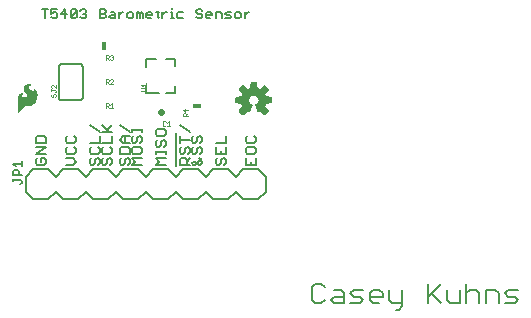
<source format=gbr>
G04 EAGLE Gerber RS-274X export*
G75*
%MOMM*%
%FSLAX34Y34*%
%LPD*%
%INSilkscreen Top*%
%IPPOS*%
%AMOC8*
5,1,8,0,0,1.08239X$1,22.5*%
G01*
%ADD10C,0.152400*%
%ADD11C,0.127000*%
%ADD12C,0.050800*%
%ADD13C,0.203200*%
%ADD14C,0.025400*%
%ADD15C,0.558800*%
%ADD16R,0.457200X0.762000*%
%ADD17R,0.762000X0.457200*%

G36*
X227760Y71266D02*
X227760Y71266D01*
X227868Y71276D01*
X227881Y71282D01*
X227895Y71284D01*
X227992Y71332D01*
X228091Y71377D01*
X228104Y71388D01*
X228113Y71392D01*
X228128Y71408D01*
X228205Y71470D01*
X230790Y74055D01*
X230853Y74144D01*
X230919Y74229D01*
X230924Y74242D01*
X230932Y74254D01*
X230963Y74357D01*
X230999Y74460D01*
X230999Y74474D01*
X231003Y74487D01*
X230999Y74595D01*
X231000Y74704D01*
X230995Y74717D01*
X230995Y74731D01*
X230957Y74833D01*
X230922Y74935D01*
X230913Y74950D01*
X230909Y74959D01*
X230895Y74976D01*
X230841Y75058D01*
X228077Y78448D01*
X228634Y79530D01*
X228640Y79550D01*
X228682Y79645D01*
X229053Y80804D01*
X233404Y81247D01*
X233508Y81275D01*
X233614Y81300D01*
X233626Y81307D01*
X233639Y81310D01*
X233729Y81371D01*
X233822Y81428D01*
X233830Y81439D01*
X233842Y81447D01*
X233908Y81533D01*
X233977Y81617D01*
X233981Y81630D01*
X233990Y81641D01*
X234024Y81744D01*
X234063Y81845D01*
X234064Y81863D01*
X234068Y81872D01*
X234068Y81894D01*
X234077Y81992D01*
X234077Y85648D01*
X234060Y85755D01*
X234046Y85863D01*
X234040Y85875D01*
X234038Y85889D01*
X233986Y85985D01*
X233939Y86082D01*
X233929Y86092D01*
X233923Y86104D01*
X233843Y86178D01*
X233767Y86255D01*
X233755Y86261D01*
X233745Y86271D01*
X233646Y86316D01*
X233549Y86364D01*
X233531Y86368D01*
X233522Y86372D01*
X233501Y86374D01*
X233404Y86393D01*
X229053Y86836D01*
X228682Y87995D01*
X228673Y88012D01*
X228671Y88020D01*
X228667Y88027D01*
X228634Y88110D01*
X228077Y89192D01*
X230841Y92582D01*
X230895Y92676D01*
X230952Y92768D01*
X230955Y92781D01*
X230962Y92793D01*
X230983Y92900D01*
X231008Y93005D01*
X231006Y93019D01*
X231009Y93033D01*
X230994Y93140D01*
X230984Y93248D01*
X230978Y93261D01*
X230976Y93275D01*
X230928Y93372D01*
X230883Y93471D01*
X230872Y93484D01*
X230868Y93493D01*
X230852Y93508D01*
X230790Y93585D01*
X228205Y96170D01*
X228116Y96233D01*
X228031Y96299D01*
X228018Y96304D01*
X228006Y96312D01*
X227903Y96343D01*
X227800Y96379D01*
X227786Y96379D01*
X227773Y96383D01*
X227665Y96379D01*
X227556Y96380D01*
X227543Y96375D01*
X227529Y96375D01*
X227427Y96337D01*
X227325Y96302D01*
X227310Y96293D01*
X227301Y96289D01*
X227284Y96275D01*
X227202Y96221D01*
X223812Y93457D01*
X222730Y94014D01*
X222710Y94020D01*
X222615Y94062D01*
X221456Y94433D01*
X221013Y98784D01*
X220985Y98888D01*
X220960Y98994D01*
X220953Y99006D01*
X220950Y99019D01*
X220889Y99109D01*
X220832Y99202D01*
X220821Y99210D01*
X220813Y99222D01*
X220727Y99288D01*
X220643Y99357D01*
X220630Y99361D01*
X220619Y99370D01*
X220516Y99404D01*
X220415Y99443D01*
X220397Y99444D01*
X220388Y99448D01*
X220366Y99448D01*
X220268Y99457D01*
X216612Y99457D01*
X216505Y99440D01*
X216397Y99426D01*
X216385Y99420D01*
X216371Y99418D01*
X216275Y99366D01*
X216178Y99319D01*
X216168Y99309D01*
X216156Y99303D01*
X216082Y99223D01*
X216005Y99147D01*
X215999Y99135D01*
X215989Y99125D01*
X215944Y99026D01*
X215896Y98929D01*
X215892Y98911D01*
X215888Y98902D01*
X215886Y98881D01*
X215867Y98784D01*
X215424Y94433D01*
X214265Y94062D01*
X214247Y94052D01*
X214150Y94014D01*
X213068Y93457D01*
X209678Y96221D01*
X209584Y96275D01*
X209492Y96332D01*
X209479Y96335D01*
X209467Y96342D01*
X209360Y96363D01*
X209255Y96388D01*
X209241Y96386D01*
X209227Y96389D01*
X209120Y96374D01*
X209012Y96364D01*
X208999Y96358D01*
X208986Y96356D01*
X208888Y96308D01*
X208789Y96263D01*
X208776Y96252D01*
X208767Y96248D01*
X208752Y96232D01*
X208675Y96170D01*
X206090Y93585D01*
X206027Y93496D01*
X205961Y93411D01*
X205956Y93398D01*
X205948Y93386D01*
X205917Y93283D01*
X205881Y93180D01*
X205881Y93166D01*
X205877Y93153D01*
X205881Y93045D01*
X205880Y92936D01*
X205885Y92923D01*
X205885Y92909D01*
X205923Y92807D01*
X205958Y92705D01*
X205967Y92690D01*
X205971Y92681D01*
X205985Y92664D01*
X206039Y92582D01*
X208803Y89192D01*
X208246Y88110D01*
X208240Y88090D01*
X208198Y87995D01*
X207827Y86836D01*
X203476Y86393D01*
X203372Y86365D01*
X203266Y86340D01*
X203254Y86333D01*
X203241Y86330D01*
X203151Y86269D01*
X203058Y86212D01*
X203050Y86201D01*
X203038Y86193D01*
X202972Y86107D01*
X202904Y86023D01*
X202899Y86010D01*
X202890Y85999D01*
X202856Y85896D01*
X202817Y85795D01*
X202816Y85777D01*
X202812Y85768D01*
X202813Y85746D01*
X202803Y85648D01*
X202803Y81992D01*
X202820Y81885D01*
X202834Y81777D01*
X202840Y81765D01*
X202842Y81751D01*
X202894Y81655D01*
X202941Y81558D01*
X202951Y81548D01*
X202957Y81536D01*
X203037Y81462D01*
X203113Y81385D01*
X203125Y81379D01*
X203136Y81369D01*
X203234Y81324D01*
X203331Y81276D01*
X203349Y81272D01*
X203358Y81268D01*
X203379Y81266D01*
X203476Y81247D01*
X207827Y80804D01*
X208198Y79645D01*
X208208Y79627D01*
X208246Y79530D01*
X208803Y78448D01*
X206039Y75058D01*
X205985Y74964D01*
X205928Y74872D01*
X205925Y74859D01*
X205918Y74847D01*
X205897Y74740D01*
X205872Y74635D01*
X205874Y74621D01*
X205871Y74607D01*
X205886Y74500D01*
X205896Y74392D01*
X205902Y74379D01*
X205904Y74366D01*
X205952Y74268D01*
X205997Y74169D01*
X206008Y74156D01*
X206012Y74147D01*
X206028Y74132D01*
X206090Y74055D01*
X208675Y71470D01*
X208764Y71407D01*
X208849Y71341D01*
X208862Y71336D01*
X208874Y71328D01*
X208977Y71297D01*
X209080Y71261D01*
X209094Y71261D01*
X209107Y71257D01*
X209215Y71261D01*
X209324Y71260D01*
X209337Y71265D01*
X209351Y71265D01*
X209453Y71303D01*
X209555Y71338D01*
X209570Y71347D01*
X209579Y71351D01*
X209596Y71365D01*
X209678Y71419D01*
X213068Y74183D01*
X214150Y73626D01*
X214203Y73609D01*
X214252Y73583D01*
X214318Y73572D01*
X214382Y73551D01*
X214438Y73552D01*
X214492Y73543D01*
X214559Y73554D01*
X214626Y73555D01*
X214678Y73573D01*
X214733Y73582D01*
X214793Y73614D01*
X214856Y73637D01*
X214899Y73671D01*
X214949Y73697D01*
X214995Y73746D01*
X215047Y73788D01*
X215078Y73835D01*
X215116Y73875D01*
X215172Y73980D01*
X215180Y73993D01*
X215181Y73998D01*
X215185Y74005D01*
X217338Y79202D01*
X217358Y79286D01*
X217363Y79298D01*
X217365Y79314D01*
X217390Y79400D01*
X217389Y79420D01*
X217394Y79440D01*
X217386Y79522D01*
X217387Y79541D01*
X217383Y79561D01*
X217379Y79644D01*
X217372Y79663D01*
X217370Y79683D01*
X217338Y79752D01*
X217332Y79779D01*
X217317Y79803D01*
X217290Y79872D01*
X217277Y79887D01*
X217269Y79905D01*
X217224Y79954D01*
X217204Y79986D01*
X217172Y80012D01*
X217133Y80058D01*
X217112Y80073D01*
X217102Y80083D01*
X217081Y80095D01*
X217018Y80139D01*
X217015Y80141D01*
X217014Y80141D01*
X217012Y80143D01*
X216128Y80638D01*
X215449Y81265D01*
X214935Y82034D01*
X214615Y82902D01*
X214507Y83819D01*
X214620Y84754D01*
X214951Y85635D01*
X215483Y86412D01*
X216184Y87041D01*
X217014Y87484D01*
X217926Y87718D01*
X218868Y87728D01*
X219784Y87514D01*
X220624Y87089D01*
X221338Y86476D01*
X221887Y85711D01*
X222238Y84837D01*
X222371Y83905D01*
X222279Y82968D01*
X221967Y82080D01*
X221452Y81292D01*
X220765Y80648D01*
X219866Y80142D01*
X219826Y80109D01*
X219784Y80087D01*
X219753Y80054D01*
X219705Y80019D01*
X219692Y80002D01*
X219676Y79989D01*
X219641Y79935D01*
X219617Y79909D01*
X219604Y79878D01*
X219562Y79821D01*
X219556Y79801D01*
X219545Y79783D01*
X219527Y79710D01*
X219517Y79687D01*
X219514Y79663D01*
X219491Y79588D01*
X219492Y79567D01*
X219487Y79546D01*
X219494Y79462D01*
X219493Y79444D01*
X219496Y79428D01*
X219499Y79344D01*
X219507Y79318D01*
X219508Y79303D01*
X219518Y79281D01*
X219542Y79202D01*
X219850Y78457D01*
X219851Y78457D01*
X220161Y77708D01*
X220471Y76959D01*
X220471Y76958D01*
X220782Y76210D01*
X220782Y76209D01*
X221092Y75460D01*
X221402Y74711D01*
X221403Y74711D01*
X221695Y74005D01*
X221724Y73958D01*
X221745Y73906D01*
X221788Y73855D01*
X221824Y73798D01*
X221867Y73763D01*
X221903Y73720D01*
X221960Y73686D01*
X222012Y73643D01*
X222064Y73624D01*
X222112Y73595D01*
X222178Y73581D01*
X222241Y73557D01*
X222296Y73555D01*
X222350Y73544D01*
X222417Y73551D01*
X222484Y73549D01*
X222538Y73565D01*
X222593Y73572D01*
X222704Y73616D01*
X222718Y73620D01*
X222722Y73623D01*
X222730Y73626D01*
X223812Y74183D01*
X227202Y71419D01*
X227296Y71365D01*
X227388Y71308D01*
X227401Y71305D01*
X227413Y71298D01*
X227520Y71277D01*
X227625Y71252D01*
X227639Y71254D01*
X227653Y71251D01*
X227760Y71266D01*
G37*
G36*
X18445Y72080D02*
X18445Y72080D01*
X18445Y72178D01*
X18944Y72676D01*
X18944Y72677D01*
X19244Y73177D01*
X19744Y73676D01*
X19744Y73677D01*
X20244Y74277D01*
X21444Y75476D01*
X21444Y75477D01*
X22044Y76177D01*
X22644Y76876D01*
X23643Y77876D01*
X24143Y78176D01*
X24642Y78475D01*
X25240Y78575D01*
X27140Y78575D01*
X27141Y78575D01*
X28341Y78775D01*
X29441Y79075D01*
X29442Y79076D01*
X29442Y79075D01*
X30442Y79475D01*
X30442Y79476D01*
X30443Y79476D01*
X31443Y80076D01*
X32243Y80776D01*
X32244Y80776D01*
X33044Y81576D01*
X33044Y81577D01*
X33744Y82477D01*
X33744Y82478D01*
X34744Y84278D01*
X34745Y84279D01*
X35245Y86179D01*
X35245Y86180D01*
X35345Y87880D01*
X35345Y87881D01*
X35045Y89481D01*
X35045Y89482D01*
X34545Y90982D01*
X34544Y90982D01*
X34544Y90983D01*
X33844Y92083D01*
X33044Y92983D01*
X33043Y92983D01*
X33043Y92984D01*
X32243Y93484D01*
X32241Y93484D01*
X32241Y93485D01*
X32239Y93484D01*
X32236Y93483D01*
X32236Y93481D01*
X32235Y93480D01*
X32235Y92581D01*
X32135Y92282D01*
X32036Y92083D01*
X31737Y91784D01*
X31439Y91685D01*
X31141Y91685D01*
X30342Y91885D01*
X29942Y92084D01*
X29643Y92284D01*
X29243Y92584D01*
X28644Y93183D01*
X28444Y93483D01*
X28245Y93782D01*
X28145Y94181D01*
X28145Y94779D01*
X28245Y95078D01*
X28344Y95278D01*
X28544Y95577D01*
X28943Y95876D01*
X29342Y96075D01*
X29841Y96175D01*
X30241Y96275D01*
X30839Y96275D01*
X31038Y96176D01*
X31039Y96176D01*
X31040Y96175D01*
X31140Y96175D01*
X31141Y96176D01*
X31143Y96176D01*
X31143Y96178D01*
X31145Y96179D01*
X31143Y96181D01*
X31144Y96184D01*
X31044Y96284D01*
X31043Y96284D01*
X30643Y96584D01*
X30642Y96584D01*
X29242Y97284D01*
X29241Y97284D01*
X29241Y97285D01*
X28341Y97485D01*
X28340Y97485D01*
X27340Y97485D01*
X27339Y97485D01*
X26239Y97285D01*
X26238Y97284D01*
X25138Y96684D01*
X25137Y96684D01*
X24237Y95984D01*
X24237Y95983D01*
X24236Y95983D01*
X23736Y95183D01*
X23736Y95182D01*
X23735Y95182D01*
X23435Y94282D01*
X23435Y94281D01*
X23436Y94281D01*
X23435Y94280D01*
X23435Y93480D01*
X23436Y93479D01*
X23435Y93479D01*
X23635Y92579D01*
X23636Y92578D01*
X24136Y91678D01*
X24136Y91677D01*
X24836Y90877D01*
X25636Y89977D01*
X25636Y89976D01*
X26336Y89277D01*
X26635Y88479D01*
X26635Y87781D01*
X26436Y87183D01*
X26037Y86684D01*
X25438Y86285D01*
X24639Y86085D01*
X23840Y86085D01*
X23341Y86185D01*
X22843Y86384D01*
X22244Y86983D01*
X22045Y87282D01*
X21945Y87581D01*
X21945Y87979D01*
X22044Y88277D01*
X22643Y88876D01*
X22942Y88975D01*
X22942Y88976D01*
X23342Y89176D01*
X23343Y89177D01*
X23344Y89176D01*
X23444Y89276D01*
X23444Y89277D01*
X23444Y89279D01*
X23444Y89283D01*
X23443Y89283D01*
X23442Y89284D01*
X23042Y89484D01*
X23041Y89484D01*
X23040Y89485D01*
X21840Y89485D01*
X21839Y89485D01*
X21239Y89385D01*
X20739Y89285D01*
X20739Y89284D01*
X20738Y89285D01*
X20238Y89085D01*
X20238Y89084D01*
X20237Y89084D01*
X19837Y88784D01*
X19337Y88384D01*
X19337Y88383D01*
X19336Y88383D01*
X18736Y87383D01*
X18736Y87382D01*
X18735Y87381D01*
X18535Y86681D01*
X18435Y85881D01*
X18435Y85880D01*
X18435Y72080D01*
X18439Y72075D01*
X18445Y72080D01*
G37*
D10*
X35215Y34464D02*
X33775Y33024D01*
X33775Y30143D01*
X35215Y28702D01*
X40977Y28702D01*
X42418Y30143D01*
X42418Y33024D01*
X40977Y34464D01*
X38096Y34464D01*
X38096Y31583D01*
X33775Y38057D02*
X42418Y38057D01*
X42418Y43819D02*
X33775Y38057D01*
X33775Y43819D02*
X42418Y43819D01*
X42418Y47412D02*
X33775Y47412D01*
X42418Y47412D02*
X42418Y51734D01*
X40977Y53175D01*
X35215Y53175D01*
X33775Y51734D01*
X33775Y47412D01*
X59175Y28702D02*
X64937Y28702D01*
X67818Y31583D01*
X64937Y34464D01*
X59175Y34464D01*
X59175Y42379D02*
X60615Y43819D01*
X59175Y42379D02*
X59175Y39498D01*
X60615Y38057D01*
X66377Y38057D01*
X67818Y39498D01*
X67818Y42379D01*
X66377Y43819D01*
X59175Y51734D02*
X60615Y53175D01*
X59175Y51734D02*
X59175Y48853D01*
X60615Y47412D01*
X66377Y47412D01*
X67818Y48853D01*
X67818Y51734D01*
X66377Y53175D01*
X80935Y34464D02*
X79495Y33024D01*
X79495Y30143D01*
X80935Y28702D01*
X82376Y28702D01*
X83816Y30143D01*
X83816Y33024D01*
X85257Y34464D01*
X86697Y34464D01*
X88138Y33024D01*
X88138Y30143D01*
X86697Y28702D01*
X79495Y42379D02*
X80935Y43819D01*
X79495Y42379D02*
X79495Y39498D01*
X80935Y38057D01*
X86697Y38057D01*
X88138Y39498D01*
X88138Y42379D01*
X86697Y43819D01*
X88138Y47412D02*
X79495Y47412D01*
X88138Y47412D02*
X88138Y53175D01*
X88138Y56768D02*
X79495Y62530D01*
X106335Y34464D02*
X104895Y33024D01*
X104895Y30143D01*
X106335Y28702D01*
X107776Y28702D01*
X109216Y30143D01*
X109216Y33024D01*
X110657Y34464D01*
X112097Y34464D01*
X113538Y33024D01*
X113538Y30143D01*
X112097Y28702D01*
X113538Y38057D02*
X104895Y38057D01*
X113538Y38057D02*
X113538Y42379D01*
X112097Y43819D01*
X106335Y43819D01*
X104895Y42379D01*
X104895Y38057D01*
X107776Y47412D02*
X113538Y47412D01*
X107776Y47412D02*
X104895Y50294D01*
X107776Y53175D01*
X113538Y53175D01*
X109216Y53175D02*
X109216Y47412D01*
X113538Y56768D02*
X104895Y62530D01*
X135375Y28702D02*
X144018Y28702D01*
X138256Y31583D02*
X135375Y28702D01*
X138256Y31583D02*
X135375Y34464D01*
X144018Y34464D01*
X144018Y38057D02*
X144018Y40938D01*
X144018Y39498D02*
X135375Y39498D01*
X135375Y40938D02*
X135375Y38057D01*
X135375Y48616D02*
X136815Y50056D01*
X135375Y48616D02*
X135375Y45735D01*
X136815Y44294D01*
X138256Y44294D01*
X139696Y45735D01*
X139696Y48616D01*
X141137Y50056D01*
X142577Y50056D01*
X144018Y48616D01*
X144018Y45735D01*
X142577Y44294D01*
X135375Y55090D02*
X135375Y57971D01*
X135375Y55090D02*
X136815Y53649D01*
X142577Y53649D01*
X144018Y55090D01*
X144018Y57971D01*
X142577Y59411D01*
X136815Y59411D01*
X135375Y57971D01*
X152654Y56006D02*
X152654Y27940D01*
X155695Y28702D02*
X164338Y28702D01*
X155695Y28702D02*
X155695Y33024D01*
X157135Y34464D01*
X160016Y34464D01*
X161457Y33024D01*
X161457Y28702D01*
X161457Y31583D02*
X164338Y34464D01*
X155695Y42379D02*
X157135Y43819D01*
X155695Y42379D02*
X155695Y39498D01*
X157135Y38057D01*
X158576Y38057D01*
X160016Y39498D01*
X160016Y42379D01*
X161457Y43819D01*
X162897Y43819D01*
X164338Y42379D01*
X164338Y39498D01*
X162897Y38057D01*
X164338Y50294D02*
X155695Y50294D01*
X155695Y53175D02*
X155695Y47412D01*
X164338Y56768D02*
X155695Y62530D01*
X211575Y34464D02*
X211575Y28702D01*
X220218Y28702D01*
X220218Y34464D01*
X215896Y31583D02*
X215896Y28702D01*
X211575Y39498D02*
X211575Y42379D01*
X211575Y39498D02*
X213015Y38057D01*
X218777Y38057D01*
X220218Y39498D01*
X220218Y42379D01*
X218777Y43819D01*
X213015Y43819D01*
X211575Y42379D01*
X211575Y51734D02*
X213015Y53175D01*
X211575Y51734D02*
X211575Y48853D01*
X213015Y47412D01*
X218777Y47412D01*
X220218Y48853D01*
X220218Y51734D01*
X218777Y53175D01*
X187615Y34464D02*
X186175Y33024D01*
X186175Y30143D01*
X187615Y28702D01*
X189056Y28702D01*
X190496Y30143D01*
X190496Y33024D01*
X191937Y34464D01*
X193377Y34464D01*
X194818Y33024D01*
X194818Y30143D01*
X193377Y28702D01*
X186175Y38057D02*
X186175Y43819D01*
X186175Y38057D02*
X194818Y38057D01*
X194818Y43819D01*
X190496Y40938D02*
X190496Y38057D01*
X186175Y47412D02*
X194818Y47412D01*
X194818Y53175D01*
D11*
X41277Y153035D02*
X41277Y160662D01*
X38735Y160662D02*
X43819Y160662D01*
X46921Y160662D02*
X52005Y160662D01*
X46921Y160662D02*
X46921Y156848D01*
X49463Y158119D01*
X50734Y158119D01*
X52005Y156848D01*
X52005Y154306D01*
X50734Y153035D01*
X48192Y153035D01*
X46921Y154306D01*
X58920Y153035D02*
X58920Y160662D01*
X55107Y156848D01*
X60191Y156848D01*
X63292Y154306D02*
X63292Y159390D01*
X64563Y160662D01*
X67106Y160662D01*
X68377Y159390D01*
X68377Y154306D01*
X67106Y153035D01*
X64563Y153035D01*
X63292Y154306D01*
X68377Y159390D01*
X71478Y159390D02*
X72749Y160662D01*
X75291Y160662D01*
X76562Y159390D01*
X76562Y158119D01*
X75291Y156848D01*
X74020Y156848D01*
X75291Y156848D02*
X76562Y155577D01*
X76562Y154306D01*
X75291Y153035D01*
X72749Y153035D01*
X71478Y154306D01*
X87850Y153035D02*
X87850Y160662D01*
X91663Y160662D01*
X92934Y159390D01*
X92934Y158119D01*
X91663Y156848D01*
X92934Y155577D01*
X92934Y154306D01*
X91663Y153035D01*
X87850Y153035D01*
X87850Y156848D02*
X91663Y156848D01*
X97307Y158119D02*
X99849Y158119D01*
X101120Y156848D01*
X101120Y153035D01*
X97307Y153035D01*
X96035Y154306D01*
X97307Y155577D01*
X101120Y155577D01*
X104221Y153035D02*
X104221Y158119D01*
X104221Y155577D02*
X106763Y158119D01*
X108035Y158119D01*
X112314Y153035D02*
X114856Y153035D01*
X116127Y154306D01*
X116127Y156848D01*
X114856Y158119D01*
X112314Y158119D01*
X111043Y156848D01*
X111043Y154306D01*
X112314Y153035D01*
X119229Y153035D02*
X119229Y158119D01*
X120500Y158119D01*
X121771Y156848D01*
X121771Y153035D01*
X121771Y156848D02*
X123042Y158119D01*
X124313Y156848D01*
X124313Y153035D01*
X128685Y153035D02*
X131228Y153035D01*
X128685Y153035D02*
X127414Y154306D01*
X127414Y156848D01*
X128685Y158119D01*
X131228Y158119D01*
X132499Y156848D01*
X132499Y155577D01*
X127414Y155577D01*
X136871Y154306D02*
X136871Y159390D01*
X136871Y154306D02*
X138142Y153035D01*
X138142Y158119D02*
X135600Y158119D01*
X141057Y158119D02*
X141057Y153035D01*
X141057Y155577D02*
X143599Y158119D01*
X144871Y158119D01*
X147879Y158119D02*
X149150Y158119D01*
X149150Y153035D01*
X147879Y153035D02*
X150421Y153035D01*
X149150Y160662D02*
X149150Y161933D01*
X154607Y158119D02*
X158420Y158119D01*
X154607Y158119D02*
X153336Y156848D01*
X153336Y154306D01*
X154607Y153035D01*
X158420Y153035D01*
X173521Y160662D02*
X174792Y159390D01*
X173521Y160662D02*
X170979Y160662D01*
X169707Y159390D01*
X169707Y158119D01*
X170979Y156848D01*
X173521Y156848D01*
X174792Y155577D01*
X174792Y154306D01*
X173521Y153035D01*
X170979Y153035D01*
X169707Y154306D01*
X179164Y153035D02*
X181707Y153035D01*
X179164Y153035D02*
X177893Y154306D01*
X177893Y156848D01*
X179164Y158119D01*
X181707Y158119D01*
X182978Y156848D01*
X182978Y155577D01*
X177893Y155577D01*
X186079Y153035D02*
X186079Y158119D01*
X189892Y158119D01*
X191163Y156848D01*
X191163Y153035D01*
X194265Y153035D02*
X198078Y153035D01*
X199349Y154306D01*
X198078Y155577D01*
X195536Y155577D01*
X194265Y156848D01*
X195536Y158119D01*
X199349Y158119D01*
X203722Y153035D02*
X206264Y153035D01*
X207535Y154306D01*
X207535Y156848D01*
X206264Y158119D01*
X203722Y158119D01*
X202451Y156848D01*
X202451Y154306D01*
X203722Y153035D01*
X210636Y153035D02*
X210636Y158119D01*
X210636Y155577D02*
X213179Y158119D01*
X214450Y158119D01*
D10*
X91095Y34464D02*
X89655Y33024D01*
X89655Y30143D01*
X91095Y28702D01*
X92536Y28702D01*
X93976Y30143D01*
X93976Y33024D01*
X95417Y34464D01*
X96857Y34464D01*
X98298Y33024D01*
X98298Y30143D01*
X96857Y28702D01*
X89655Y42379D02*
X91095Y43819D01*
X89655Y42379D02*
X89655Y39498D01*
X91095Y38057D01*
X96857Y38057D01*
X98298Y39498D01*
X98298Y42379D01*
X96857Y43819D01*
X98298Y47412D02*
X89655Y47412D01*
X98298Y47412D02*
X98298Y53175D01*
X98298Y56768D02*
X89655Y56768D01*
X95417Y56768D02*
X89655Y62530D01*
X93976Y58208D02*
X98298Y62530D01*
X115055Y28702D02*
X123698Y28702D01*
X117936Y31583D02*
X115055Y28702D01*
X117936Y31583D02*
X115055Y34464D01*
X123698Y34464D01*
X115055Y39498D02*
X115055Y42379D01*
X115055Y39498D02*
X116495Y38057D01*
X122257Y38057D01*
X123698Y39498D01*
X123698Y42379D01*
X122257Y43819D01*
X116495Y43819D01*
X115055Y42379D01*
X115055Y51734D02*
X116495Y53175D01*
X115055Y51734D02*
X115055Y48853D01*
X116495Y47412D01*
X117936Y47412D01*
X119376Y48853D01*
X119376Y51734D01*
X120817Y53175D01*
X122257Y53175D01*
X123698Y51734D01*
X123698Y48853D01*
X122257Y47412D01*
X123698Y56768D02*
X123698Y59649D01*
X123698Y58208D02*
X115055Y58208D01*
X115055Y56768D02*
X115055Y59649D01*
X171617Y34464D02*
X174498Y31583D01*
X174498Y30143D01*
X173057Y28702D01*
X171617Y28702D01*
X168736Y31583D01*
X167295Y31583D01*
X165855Y30143D01*
X167295Y28702D01*
X168736Y28702D01*
X174498Y34464D01*
X165855Y42379D02*
X167295Y43819D01*
X165855Y42379D02*
X165855Y39498D01*
X167295Y38057D01*
X168736Y38057D01*
X170176Y39498D01*
X170176Y42379D01*
X171617Y43819D01*
X173057Y43819D01*
X174498Y42379D01*
X174498Y39498D01*
X173057Y38057D01*
X165855Y51734D02*
X167295Y53175D01*
X165855Y51734D02*
X165855Y48853D01*
X167295Y47412D01*
X168736Y47412D01*
X170176Y48853D01*
X170176Y51734D01*
X171617Y53175D01*
X173057Y53175D01*
X174498Y51734D01*
X174498Y48853D01*
X173057Y47412D01*
X275597Y-71868D02*
X278309Y-74580D01*
X275597Y-71868D02*
X270174Y-71868D01*
X267462Y-74580D01*
X267462Y-85426D01*
X270174Y-88138D01*
X275597Y-88138D01*
X278309Y-85426D01*
X286545Y-77291D02*
X291969Y-77291D01*
X294680Y-80003D01*
X294680Y-88138D01*
X286545Y-88138D01*
X283834Y-85426D01*
X286545Y-82715D01*
X294680Y-82715D01*
X300205Y-88138D02*
X308340Y-88138D01*
X311052Y-85426D01*
X308340Y-82715D01*
X302917Y-82715D01*
X300205Y-80003D01*
X302917Y-77291D01*
X311052Y-77291D01*
X319288Y-88138D02*
X324712Y-88138D01*
X319288Y-88138D02*
X316577Y-85426D01*
X316577Y-80003D01*
X319288Y-77291D01*
X324712Y-77291D01*
X327423Y-80003D01*
X327423Y-82715D01*
X316577Y-82715D01*
X332948Y-85426D02*
X332948Y-77291D01*
X332948Y-85426D02*
X335660Y-88138D01*
X343795Y-88138D01*
X343795Y-90850D02*
X343795Y-77291D01*
X343795Y-90850D02*
X341083Y-93561D01*
X338372Y-93561D01*
X365691Y-88138D02*
X365691Y-71868D01*
X365691Y-82715D02*
X376538Y-71868D01*
X368403Y-80003D02*
X376538Y-88138D01*
X382063Y-85426D02*
X382063Y-77291D01*
X382063Y-85426D02*
X384775Y-88138D01*
X392910Y-88138D01*
X392910Y-77291D01*
X398435Y-71868D02*
X398435Y-88138D01*
X398435Y-80003D02*
X401146Y-77291D01*
X406569Y-77291D01*
X409281Y-80003D01*
X409281Y-88138D01*
X414806Y-88138D02*
X414806Y-77291D01*
X422941Y-77291D01*
X425653Y-80003D01*
X425653Y-88138D01*
X431178Y-88138D02*
X439313Y-88138D01*
X442024Y-85426D01*
X439313Y-82715D01*
X433889Y-82715D01*
X431178Y-80003D01*
X433889Y-77291D01*
X442024Y-77291D01*
D11*
X137922Y89408D02*
X127508Y89408D01*
X127508Y118872D02*
X135382Y118872D01*
X127508Y118872D02*
X127508Y112014D01*
X127508Y96012D02*
X127508Y89408D01*
X151866Y89478D02*
X151866Y96002D01*
X151866Y89478D02*
X144072Y89478D01*
X144072Y118802D02*
X151866Y118802D01*
X151866Y112278D01*
D12*
X126153Y91694D02*
X123187Y91694D01*
X126153Y91694D02*
X126746Y92287D01*
X126746Y93474D01*
X126153Y94067D01*
X123187Y94067D01*
X124373Y95436D02*
X123187Y96622D01*
X126746Y96622D01*
X126746Y95436D02*
X126746Y97809D01*
D13*
X184150Y25400D02*
X196850Y25400D01*
X203200Y19050D01*
X203200Y6350D02*
X196850Y0D01*
X158750Y25400D02*
X152400Y19050D01*
X158750Y25400D02*
X171450Y25400D01*
X177800Y19050D01*
X177800Y6350D02*
X171450Y0D01*
X158750Y0D01*
X152400Y6350D01*
X177800Y19050D02*
X184150Y25400D01*
X177800Y6350D02*
X184150Y0D01*
X196850Y0D01*
X120650Y25400D02*
X107950Y25400D01*
X120650Y25400D02*
X127000Y19050D01*
X127000Y6350D02*
X120650Y0D01*
X127000Y19050D02*
X133350Y25400D01*
X146050Y25400D01*
X152400Y19050D01*
X152400Y6350D02*
X146050Y0D01*
X133350Y0D01*
X127000Y6350D01*
X82550Y25400D02*
X76200Y19050D01*
X82550Y25400D02*
X95250Y25400D01*
X101600Y19050D01*
X101600Y6350D02*
X95250Y0D01*
X82550Y0D01*
X76200Y6350D01*
X101600Y19050D02*
X107950Y25400D01*
X101600Y6350D02*
X107950Y0D01*
X120650Y0D01*
X44450Y25400D02*
X31750Y25400D01*
X44450Y25400D02*
X50800Y19050D01*
X50800Y6350D02*
X44450Y0D01*
X50800Y19050D02*
X57150Y25400D01*
X69850Y25400D01*
X76200Y19050D01*
X76200Y6350D02*
X69850Y0D01*
X57150Y0D01*
X50800Y6350D01*
X25400Y6350D02*
X25400Y19050D01*
X31750Y25400D01*
X25400Y6350D02*
X31750Y0D01*
X44450Y0D01*
X209550Y25400D02*
X222250Y25400D01*
X228600Y19050D01*
X228600Y6350D01*
X222250Y0D01*
X203200Y19050D02*
X209550Y25400D01*
X203200Y6350D02*
X209550Y0D01*
X222250Y0D01*
D11*
X21717Y13717D02*
X20573Y12573D01*
X21717Y13717D02*
X21717Y14861D01*
X20573Y16005D01*
X14853Y16005D01*
X14853Y14861D02*
X14853Y17149D01*
X14853Y20057D02*
X21717Y20057D01*
X14853Y20057D02*
X14853Y23489D01*
X15997Y24633D01*
X18285Y24633D01*
X19429Y23489D01*
X19429Y20057D01*
X17141Y27541D02*
X14853Y29829D01*
X21717Y29829D01*
X21717Y27541D02*
X21717Y32117D01*
D14*
X92973Y77343D02*
X92973Y81156D01*
X94879Y81156D01*
X95515Y80521D01*
X95515Y79250D01*
X94879Y78614D01*
X92973Y78614D01*
X94244Y78614D02*
X95515Y77343D01*
X96715Y79885D02*
X97986Y81156D01*
X97986Y77343D01*
X96715Y77343D02*
X99257Y77343D01*
X92973Y97663D02*
X92973Y101476D01*
X94879Y101476D01*
X95515Y100841D01*
X95515Y99570D01*
X94879Y98934D01*
X92973Y98934D01*
X94244Y98934D02*
X95515Y97663D01*
X96715Y97663D02*
X99257Y97663D01*
X96715Y97663D02*
X99257Y100205D01*
X99257Y100841D01*
X98622Y101476D01*
X97350Y101476D01*
X96715Y100841D01*
D15*
X139700Y73965D02*
X139700Y73355D01*
D14*
X143139Y65916D02*
X143775Y65281D01*
X143139Y65916D02*
X141868Y65916D01*
X141233Y65281D01*
X141233Y62739D01*
X141868Y62103D01*
X143139Y62103D01*
X143775Y62739D01*
X144975Y64645D02*
X146246Y65916D01*
X146246Y62103D01*
X144975Y62103D02*
X147517Y62103D01*
D16*
X91440Y129540D03*
D14*
X92973Y121796D02*
X92973Y117983D01*
X92973Y121796D02*
X94879Y121796D01*
X95515Y121161D01*
X95515Y119890D01*
X94879Y119254D01*
X92973Y119254D01*
X94244Y119254D02*
X95515Y117983D01*
X96715Y121161D02*
X97350Y121796D01*
X98622Y121796D01*
X99257Y121161D01*
X99257Y120525D01*
X98622Y119890D01*
X97986Y119890D01*
X98622Y119890D02*
X99257Y119254D01*
X99257Y118619D01*
X98622Y117983D01*
X97350Y117983D01*
X96715Y118619D01*
D10*
X73660Y111760D02*
X73660Y86360D01*
X53340Y111760D02*
X53342Y111860D01*
X53348Y111959D01*
X53358Y112059D01*
X53371Y112157D01*
X53389Y112256D01*
X53410Y112353D01*
X53435Y112449D01*
X53464Y112545D01*
X53497Y112639D01*
X53533Y112732D01*
X53573Y112823D01*
X53617Y112913D01*
X53664Y113001D01*
X53714Y113087D01*
X53768Y113171D01*
X53825Y113253D01*
X53885Y113332D01*
X53949Y113410D01*
X54015Y113484D01*
X54084Y113556D01*
X54156Y113625D01*
X54230Y113691D01*
X54308Y113755D01*
X54387Y113815D01*
X54469Y113872D01*
X54553Y113926D01*
X54639Y113976D01*
X54727Y114023D01*
X54817Y114067D01*
X54908Y114107D01*
X55001Y114143D01*
X55095Y114176D01*
X55191Y114205D01*
X55287Y114230D01*
X55384Y114251D01*
X55483Y114269D01*
X55581Y114282D01*
X55681Y114292D01*
X55780Y114298D01*
X55880Y114300D01*
X53340Y86360D02*
X53342Y86260D01*
X53348Y86161D01*
X53358Y86061D01*
X53371Y85963D01*
X53389Y85864D01*
X53410Y85767D01*
X53435Y85671D01*
X53464Y85575D01*
X53497Y85481D01*
X53533Y85388D01*
X53573Y85297D01*
X53617Y85207D01*
X53664Y85119D01*
X53714Y85033D01*
X53768Y84949D01*
X53825Y84867D01*
X53885Y84788D01*
X53949Y84710D01*
X54015Y84636D01*
X54084Y84564D01*
X54156Y84495D01*
X54230Y84429D01*
X54308Y84365D01*
X54387Y84305D01*
X54469Y84248D01*
X54553Y84194D01*
X54639Y84144D01*
X54727Y84097D01*
X54817Y84053D01*
X54908Y84013D01*
X55001Y83977D01*
X55095Y83944D01*
X55191Y83915D01*
X55287Y83890D01*
X55384Y83869D01*
X55483Y83851D01*
X55581Y83838D01*
X55681Y83828D01*
X55780Y83822D01*
X55880Y83820D01*
X71120Y83820D02*
X71220Y83822D01*
X71319Y83828D01*
X71419Y83838D01*
X71517Y83851D01*
X71616Y83869D01*
X71713Y83890D01*
X71809Y83915D01*
X71905Y83944D01*
X71999Y83977D01*
X72092Y84013D01*
X72183Y84053D01*
X72273Y84097D01*
X72361Y84144D01*
X72447Y84194D01*
X72531Y84248D01*
X72613Y84305D01*
X72692Y84365D01*
X72770Y84429D01*
X72844Y84495D01*
X72916Y84564D01*
X72985Y84636D01*
X73051Y84710D01*
X73115Y84788D01*
X73175Y84867D01*
X73232Y84949D01*
X73286Y85033D01*
X73336Y85119D01*
X73383Y85207D01*
X73427Y85297D01*
X73467Y85388D01*
X73503Y85481D01*
X73536Y85575D01*
X73565Y85671D01*
X73590Y85767D01*
X73611Y85864D01*
X73629Y85963D01*
X73642Y86061D01*
X73652Y86161D01*
X73658Y86260D01*
X73660Y86360D01*
X73660Y111760D02*
X73658Y111860D01*
X73652Y111959D01*
X73642Y112059D01*
X73629Y112157D01*
X73611Y112256D01*
X73590Y112353D01*
X73565Y112449D01*
X73536Y112545D01*
X73503Y112639D01*
X73467Y112732D01*
X73427Y112823D01*
X73383Y112913D01*
X73336Y113001D01*
X73286Y113087D01*
X73232Y113171D01*
X73175Y113253D01*
X73115Y113332D01*
X73051Y113410D01*
X72985Y113484D01*
X72916Y113556D01*
X72844Y113625D01*
X72770Y113691D01*
X72692Y113755D01*
X72613Y113815D01*
X72531Y113872D01*
X72447Y113926D01*
X72361Y113976D01*
X72273Y114023D01*
X72183Y114067D01*
X72092Y114107D01*
X71999Y114143D01*
X71905Y114176D01*
X71809Y114205D01*
X71713Y114230D01*
X71616Y114251D01*
X71517Y114269D01*
X71419Y114282D01*
X71319Y114292D01*
X71220Y114298D01*
X71120Y114300D01*
X55880Y114300D01*
X55880Y83820D02*
X71120Y83820D01*
X53340Y86360D02*
X53340Y111760D01*
D14*
X47495Y89029D02*
X46860Y88394D01*
X46860Y87123D01*
X47495Y86487D01*
X48131Y86487D01*
X48766Y87123D01*
X48766Y88394D01*
X49402Y89029D01*
X50037Y89029D01*
X50673Y88394D01*
X50673Y87123D01*
X50037Y86487D01*
X50037Y90229D02*
X50673Y90865D01*
X50673Y91500D01*
X50037Y92136D01*
X46860Y92136D01*
X46860Y92771D02*
X46860Y91500D01*
X50673Y93971D02*
X50673Y96513D01*
X50673Y93971D02*
X48131Y96513D01*
X47495Y96513D01*
X46860Y95878D01*
X46860Y94607D01*
X47495Y93971D01*
D17*
X170180Y78740D03*
D14*
X162433Y69977D02*
X158620Y69977D01*
X158620Y71884D01*
X159255Y72519D01*
X160526Y72519D01*
X161162Y71884D01*
X161162Y69977D01*
X161162Y71248D02*
X162433Y72519D01*
X162433Y75626D02*
X158620Y75626D01*
X160526Y73719D01*
X160526Y76261D01*
M02*

</source>
